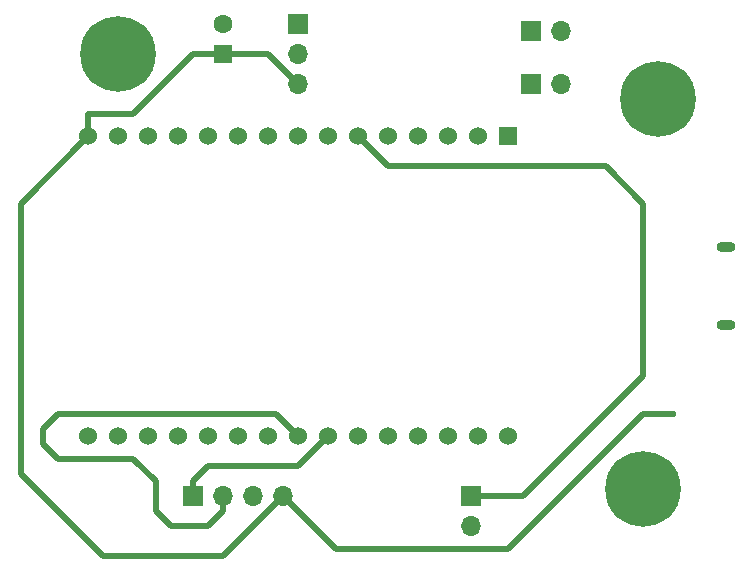
<source format=gbr>
%TF.GenerationSoftware,KiCad,Pcbnew,5.1.10*%
%TF.CreationDate,2021-10-27T21:54:33+02:00*%
%TF.ProjectId,JeanCloud_pcb_regular,4a65616e-436c-46f7-9564-5f7063625f72,rev?*%
%TF.SameCoordinates,Original*%
%TF.FileFunction,Copper,L2,Bot*%
%TF.FilePolarity,Positive*%
%FSLAX46Y46*%
G04 Gerber Fmt 4.6, Leading zero omitted, Abs format (unit mm)*
G04 Created by KiCad (PCBNEW 5.1.10) date 2021-10-27 21:54:33*
%MOMM*%
%LPD*%
G01*
G04 APERTURE LIST*
%TA.AperFunction,ComponentPad*%
%ADD10C,6.400000*%
%TD*%
%TA.AperFunction,ComponentPad*%
%ADD11R,1.524000X1.524000*%
%TD*%
%TA.AperFunction,ComponentPad*%
%ADD12C,1.524000*%
%TD*%
%TA.AperFunction,ComponentPad*%
%ADD13O,1.600000X0.900000*%
%TD*%
%TA.AperFunction,ComponentPad*%
%ADD14R,1.700000X1.700000*%
%TD*%
%TA.AperFunction,ComponentPad*%
%ADD15O,1.700000X1.700000*%
%TD*%
%TA.AperFunction,ComponentPad*%
%ADD16R,1.600000X1.600000*%
%TD*%
%TA.AperFunction,ComponentPad*%
%ADD17C,1.600000*%
%TD*%
%TA.AperFunction,ViaPad*%
%ADD18C,0.600000*%
%TD*%
%TA.AperFunction,Conductor*%
%ADD19C,0.250000*%
%TD*%
%TA.AperFunction,Conductor*%
%ADD20C,0.500000*%
%TD*%
G04 APERTURE END LIST*
D10*
%TO.P, ,1*%
%TO.N,N/C*%
X93980000Y-68580000D03*
%TD*%
%TO.P, ,1*%
%TO.N,N/C*%
X49530000Y-31750000D03*
%TD*%
%TO.P, ,1*%
%TO.N,N/C*%
X95250000Y-35560000D03*
%TD*%
D11*
%TO.P, ,1*%
%TO.N,Net-(U1-Pad1)*%
X82550000Y-38735000D03*
D12*
%TO.P, ,2*%
%TO.N,Net-(U1-Pad2)*%
X80010000Y-38735000D03*
%TO.P, ,3*%
%TO.N,Net-(U1-Pad3)*%
X77470000Y-38735000D03*
%TO.P, ,4*%
%TO.N,Net-(U1-Pad4)*%
X74930000Y-38735000D03*
%TO.P, ,5*%
%TO.N,Net-(U1-Pad5)*%
X72390000Y-38735000D03*
%TO.P, ,6*%
%TO.N,Net-(J4-Pad1)*%
X69850000Y-38735000D03*
%TO.P, ,7*%
%TO.N,Net-(U1-Pad7)*%
X67310000Y-38735000D03*
%TO.P, ,8*%
%TO.N,Net-(U1-Pad8)*%
X64770000Y-38735000D03*
%TO.P, ,9*%
%TO.N,Net-(U1-Pad9)*%
X62230000Y-38735000D03*
%TO.P, ,10*%
%TO.N,Net-(U1-Pad10)*%
X59690000Y-38735000D03*
%TO.P, ,11*%
%TO.N,Net-(R1-Pad2)*%
X57150000Y-38735000D03*
%TO.P, ,12*%
%TO.N,Net-(J5-Pad1)*%
X54610000Y-38735000D03*
%TO.P, ,13*%
%TO.N,Net-(U1-Pad13)*%
X52070000Y-38735000D03*
%TO.P, ,14*%
%TO.N,GND*%
X49530000Y-38735000D03*
%TO.P, ,15*%
%TO.N,5V*%
X46990000Y-38735000D03*
%TO.P, ,16*%
%TO.N,Net-(U1-Pad16)*%
X46990000Y-64135000D03*
%TO.P, ,17*%
%TO.N,GND*%
X49530000Y-64135000D03*
%TO.P, ,18*%
%TO.N,Net-(U1-Pad18)*%
X52070000Y-64135000D03*
%TO.P, ,19*%
%TO.N,Net-(U1-Pad19)*%
X54610000Y-64135000D03*
%TO.P, ,20*%
%TO.N,Net-(U1-Pad20)*%
X57150000Y-64135000D03*
%TO.P, ,21*%
%TO.N,Net-(U1-Pad21)*%
X59690000Y-64135000D03*
%TO.P, ,22*%
%TO.N,Net-(U1-Pad22)*%
X62230000Y-64135000D03*
%TO.P, ,23*%
%TO.N,Net-(J2-Pad2)*%
X64770000Y-64135000D03*
%TO.P, ,24*%
%TO.N,Net-(J2-Pad1)*%
X67310000Y-64135000D03*
%TO.P, ,25*%
%TO.N,Net-(U1-Pad25)*%
X69850000Y-64135000D03*
%TO.P, ,26*%
%TO.N,Net-(U1-Pad26)*%
X72390000Y-64135000D03*
%TO.P, ,27*%
%TO.N,Net-(U1-Pad27)*%
X74930000Y-64135000D03*
%TO.P, ,28*%
%TO.N,Net-(U1-Pad28)*%
X77470000Y-64135000D03*
%TO.P, ,29*%
%TO.N,Net-(U1-Pad29)*%
X80010000Y-64135000D03*
%TO.P, ,30*%
%TO.N,Net-(J6-Pad1)*%
X82550000Y-64135000D03*
%TD*%
D13*
%TO.P,J1,SH*%
%TO.N,Net-(J1-PadSH)*%
X100965000Y-48135000D03*
X100965000Y-54735000D03*
%TD*%
D14*
%TO.P,J2,1*%
%TO.N,Net-(J2-Pad1)*%
X55880000Y-69215000D03*
D15*
%TO.P,J2,2*%
%TO.N,Net-(J2-Pad2)*%
X58420000Y-69215000D03*
%TO.P,J2,3*%
%TO.N,GND*%
X60960000Y-69215000D03*
%TO.P,J2,4*%
%TO.N,5V*%
X63500000Y-69215000D03*
%TD*%
D14*
%TO.P,J3,1*%
%TO.N,GND*%
X64770000Y-29210000D03*
D15*
%TO.P,J3,2*%
%TO.N,Net-(J3-Pad2)*%
X64770000Y-31750000D03*
%TO.P,J3,3*%
%TO.N,5V*%
X64770000Y-34290000D03*
%TD*%
D14*
%TO.P,J4,1*%
%TO.N,Net-(J4-Pad1)*%
X79375000Y-69215000D03*
D15*
%TO.P,J4,2*%
%TO.N,GND*%
X79375000Y-71755000D03*
%TD*%
%TO.P,J5,2*%
%TO.N,GND*%
X86995000Y-29845000D03*
D14*
%TO.P,J5,1*%
%TO.N,Net-(J5-Pad1)*%
X84455000Y-29845000D03*
%TD*%
%TO.P,J6,1*%
%TO.N,Net-(J6-Pad1)*%
X84455000Y-34290000D03*
D15*
%TO.P,J6,2*%
%TO.N,GND*%
X86995000Y-34290000D03*
%TD*%
D16*
%TO.P,C1,1*%
%TO.N,5V*%
X58420000Y-31750000D03*
D17*
%TO.P,C1,2*%
%TO.N,GND*%
X58420000Y-29250000D03*
%TD*%
D18*
%TO.N,5V*%
X96520000Y-62230000D03*
%TD*%
D19*
%TO.N,GND*%
X64730000Y-29250000D02*
X64770000Y-29210000D01*
D20*
%TO.N,5V*%
X96520000Y-62230000D02*
X93980000Y-62230000D01*
X93980000Y-62230000D02*
X82550000Y-73660000D01*
X67945000Y-73660000D02*
X63500000Y-69215000D01*
X82550000Y-73660000D02*
X67945000Y-73660000D01*
X41275000Y-44450000D02*
X46990000Y-38735000D01*
X41275000Y-67310000D02*
X41275000Y-44450000D01*
X48260000Y-74295000D02*
X41275000Y-67310000D01*
X58420000Y-74295000D02*
X48260000Y-74295000D01*
X63500000Y-69215000D02*
X58420000Y-74295000D01*
X46990000Y-38735000D02*
X46990000Y-36830000D01*
X46990000Y-36830000D02*
X50800000Y-36830000D01*
X55880000Y-31750000D02*
X58420000Y-31750000D01*
X50800000Y-36830000D02*
X55880000Y-31750000D01*
X62230000Y-31750000D02*
X64770000Y-34290000D01*
X58420000Y-31750000D02*
X62230000Y-31750000D01*
%TO.N,Net-(J2-Pad1)*%
X55880000Y-69215000D02*
X55880000Y-67945000D01*
X55880000Y-67945000D02*
X57150000Y-66675000D01*
X64770000Y-66675000D02*
X67310000Y-64135000D01*
X57150000Y-66675000D02*
X64770000Y-66675000D01*
%TO.N,Net-(J2-Pad2)*%
X44450000Y-62230000D02*
X62865000Y-62230000D01*
X43180000Y-64770000D02*
X43180000Y-63500000D01*
X50800000Y-66040000D02*
X44450000Y-66040000D01*
X44450000Y-66040000D02*
X43180000Y-64770000D01*
X52705000Y-70485000D02*
X52705000Y-67945000D01*
X57150000Y-71755000D02*
X53975000Y-71755000D01*
X62865000Y-62230000D02*
X64770000Y-64135000D01*
X52705000Y-67945000D02*
X50800000Y-66040000D01*
X58420000Y-70485000D02*
X57150000Y-71755000D01*
X43180000Y-63500000D02*
X44450000Y-62230000D01*
X53975000Y-71755000D02*
X52705000Y-70485000D01*
X58420000Y-69215000D02*
X58420000Y-70485000D01*
%TO.N,Net-(J4-Pad1)*%
X79375000Y-69215000D02*
X83820000Y-69215000D01*
X83820000Y-69215000D02*
X93980000Y-59055000D01*
X93980000Y-59055000D02*
X93980000Y-44450000D01*
X93980000Y-44450000D02*
X90805000Y-41275000D01*
X72390000Y-41275000D02*
X69850000Y-38735000D01*
X90805000Y-41275000D02*
X72390000Y-41275000D01*
%TD*%
M02*

</source>
